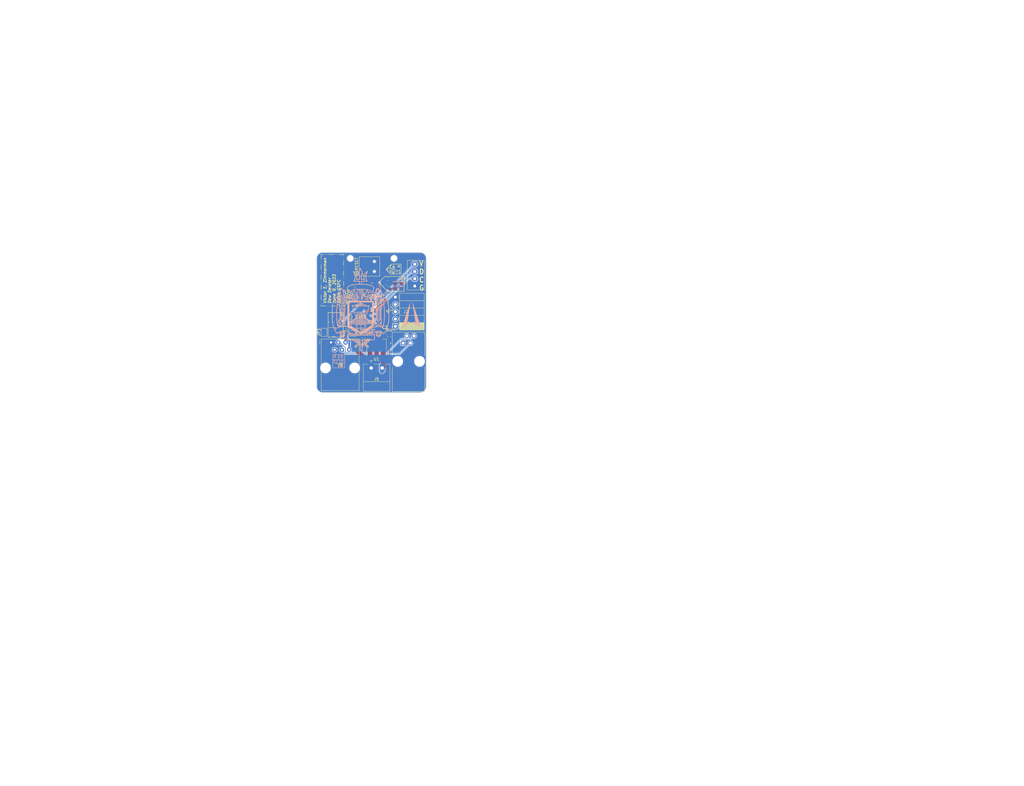
<source format=kicad_pcb>
(kicad_pcb (version 20221018) (generator pcbnew)

  (general
    (thickness 1.6)
  )

  (paper "A4")
  (layers
    (0 "F.Cu" signal)
    (31 "B.Cu" signal)
    (32 "B.Adhes" user "B.Adhesive")
    (33 "F.Adhes" user "F.Adhesive")
    (34 "B.Paste" user)
    (35 "F.Paste" user)
    (36 "B.SilkS" user "B.Silkscreen")
    (37 "F.SilkS" user "F.Silkscreen")
    (38 "B.Mask" user)
    (39 "F.Mask" user)
    (40 "Dwgs.User" user "User.Drawings")
    (41 "Cmts.User" user "User.Comments")
    (42 "Eco1.User" user "User.Eco1")
    (43 "Eco2.User" user "User.Eco2")
    (44 "Edge.Cuts" user)
    (45 "Margin" user)
    (46 "B.CrtYd" user "B.Courtyard")
    (47 "F.CrtYd" user "F.Courtyard")
    (48 "B.Fab" user)
    (49 "F.Fab" user)
    (50 "User.1" user)
    (51 "User.2" user)
    (52 "User.3" user)
    (53 "User.4" user)
    (54 "User.5" user)
    (55 "User.6" user)
    (56 "User.7" user)
    (57 "User.8" user)
    (58 "User.9" user)
  )

  (setup
    (stackup
      (layer "F.SilkS" (type "Top Silk Screen"))
      (layer "F.Paste" (type "Top Solder Paste"))
      (layer "F.Mask" (type "Top Solder Mask") (thickness 0.01))
      (layer "F.Cu" (type "copper") (thickness 0.035))
      (layer "dielectric 1" (type "core") (thickness 1.51) (material "FR4") (epsilon_r 4.5) (loss_tangent 0.02))
      (layer "B.Cu" (type "copper") (thickness 0.035))
      (layer "B.Mask" (type "Bottom Solder Mask") (thickness 0.01))
      (layer "B.Paste" (type "Bottom Solder Paste"))
      (layer "B.SilkS" (type "Bottom Silk Screen"))
      (copper_finish "None")
      (dielectric_constraints no)
    )
    (pad_to_mask_clearance 0)
    (pcbplotparams
      (layerselection 0x00010fc_ffffffff)
      (plot_on_all_layers_selection 0x0000000_00000000)
      (disableapertmacros false)
      (usegerberextensions false)
      (usegerberattributes true)
      (usegerberadvancedattributes true)
      (creategerberjobfile true)
      (dashed_line_dash_ratio 12.000000)
      (dashed_line_gap_ratio 3.000000)
      (svgprecision 4)
      (plotframeref false)
      (viasonmask false)
      (mode 1)
      (useauxorigin false)
      (hpglpennumber 1)
      (hpglpenspeed 20)
      (hpglpendiameter 15.000000)
      (dxfpolygonmode true)
      (dxfimperialunits true)
      (dxfusepcbnewfont true)
      (psnegative false)
      (psa4output false)
      (plotreference true)
      (plotvalue true)
      (plotinvisibletext false)
      (sketchpadsonfab false)
      (subtractmaskfromsilk false)
      (outputformat 1)
      (mirror false)
      (drillshape 1)
      (scaleselection 1)
      (outputdirectory "")
    )
  )

  (net 0 "")
  (net 1 "+12C")
  (net 2 "Earth")
  (net 3 "NFET")
  (net 4 "PIN2")
  (net 5 "+3V3")
  (net 6 "SDA")
  (net 7 "SCL")
  (net 8 "+12V")
  (net 9 "MOSFET")
  (net 10 "Net-(U1-ADJ)")
  (net 11 "Net-(U3-NRST)")
  (net 12 "Net-(Q1-G)")
  (net 13 "OSCIN")
  (net 14 "unconnected-(U3-VBAT-Pad1)")
  (net 15 "unconnected-(U3-PC13-Pad2)")
  (net 16 "unconnected-(U3-PC14-Pad3)")
  (net 17 "unconnected-(U3-PC15-Pad4)")
  (net 18 "Net-(C4-Pad2)")
  (net 19 "OSCOUT")
  (net 20 "unconnected-(U3-PA1-Pad11)")
  (net 21 "unconnected-(U3-PA2-Pad12)")
  (net 22 "unconnected-(U3-PA3-Pad13)")
  (net 23 "unconnected-(U3-PA4-Pad14)")
  (net 24 "unconnected-(U3-PA5-Pad15)")
  (net 25 "unconnected-(U3-PA6-Pad16)")
  (net 26 "unconnected-(U3-PA7-Pad17)")
  (net 27 "unconnected-(U3-PB0-Pad18)")
  (net 28 "unconnected-(U3-PB1-Pad19)")
  (net 29 "unconnected-(U3-PB2-Pad20)")
  (net 30 "unconnected-(U3-PB10-Pad21)")
  (net 31 "unconnected-(U3-PB11-Pad22)")
  (net 32 "unconnected-(U3-PB12-Pad25)")
  (net 33 "unconnected-(U3-PB13-Pad26)")
  (net 34 "unconnected-(U3-PB14-Pad27)")
  (net 35 "unconnected-(U3-PB15-Pad28)")
  (net 36 "unconnected-(U3-PA9-Pad30)")
  (net 37 "unconnected-(U3-PA12-Pad33)")
  (net 38 "/SWIO")
  (net 39 "/SWCLK")
  (net 40 "unconnected-(U3-PA15-Pad38)")
  (net 41 "unconnected-(U3-PB3-Pad39)")
  (net 42 "unconnected-(U3-PB8-Pad45)")
  (net 43 "unconnected-(U3-PB9-Pad46)")
  (net 44 "unconnected-(J3-Pad1)")
  (net 45 "unconnected-(J3-Pad2)")
  (net 46 "WET2")
  (net 47 "WET1")
  (net 48 "/Boot")
  (net 49 "unconnected-(J2-Pin_4-Pad4)")
  (net 50 "PA0")
  (net 51 "unconnected-(U2-N.C.-Pad3)")
  (net 52 "unconnected-(U2-N.C.-Pad4)")
  (net 53 "PB5")
  (net 54 "unconnected-(U2-REV-Pad10)")
  (net 55 "unconnected-(U3-PA0-Pad10)")
  (net 56 "unconnected-(U3-PB5-Pad41)")
  (net 57 "PFET")

  (footprint "footprints:BEL_SS-6444-NF" (layer "F.Cu") (at 123.952 124.311))

  (footprint "footprints:228EJVAYFR" (layer "F.Cu") (at 110.320431 91.2114 -90))

  (footprint "Resistor_SMD:R_0603_1608Metric_Pad0.98x0.95mm_HandSolder" (layer "F.Cu") (at 108.204 110.9472 -90))

  (footprint "Resistor_SMD:R_0603_1608Metric_Pad0.98x0.95mm_HandSolder" (layer "F.Cu") (at 104.5718 103.6828 -90))

  (footprint "Package_TO_SOT_SMD:SOT-23" (layer "F.Cu") (at 97.8685 114.046))

  (footprint "Resistor_SMD:R_0603_1608Metric_Pad0.98x0.95mm_HandSolder" (layer "F.Cu") (at 96.7232 110.5897 90))

  (footprint "Resistor_SMD:R_0603_1608Metric_Pad0.98x0.95mm_HandSolder" (layer "F.Cu") (at 97.6376 108.1532 180))

  (footprint "Capacitor_SMD:C_0603_1608Metric_Pad1.08x0.95mm_HandSolder" (layer "F.Cu") (at 106.4768 110.8964 90))

  (footprint "Package_QFP:LQFP-48_7x7mm_P0.5mm" (layer "F.Cu") (at 111.252 101.9048 -135))

  (footprint "Connector_PinSocket_2.54mm:PinSocket_1x05_P2.54mm_Horizontal" (layer "F.Cu") (at 119.3292 112.0648 180))

  (footprint "Crystal:Crystal_SMD_3225-4Pin_3.2x2.5mm" (layer "F.Cu") (at 120.4038 98.1084 180))

  (footprint "Capacitor_SMD:C_0603_1608Metric_Pad1.08x0.95mm_HandSolder" (layer "F.Cu") (at 104.64772 97.89188 -135))

  (footprint "Resistor_SMD:R_0603_1608Metric_Pad0.98x0.95mm_HandSolder" (layer "F.Cu") (at 117.5004 98.1456 90))

  (footprint "Capacitor_SMD:C_0603_1608Metric_Pad1.08x0.95mm_HandSolder" (layer "F.Cu") (at 98.552 110.5905 90))

  (footprint "Jumper:SolderJumper-2_P1.3mm_Open_Pad1.0x1.5mm" (layer "F.Cu") (at 94.488 114.188 90))

  (footprint "Diode_SMD:D_SOD-323" (layer "F.Cu") (at 100.33 110.651 90))

  (footprint "Connector_RJ:RJ12_Amphenol_54601" (layer "F.Cu") (at 96.906 117.706))

  (footprint "Resistor_SMD:R_0603_1608Metric_Pad0.98x0.95mm_HandSolder" (layer "F.Cu") (at 105.725035 98.973565 -135))

  (footprint "Resistor_SMD:R_0603_1608Metric_Pad0.98x0.95mm_HandSolder" (layer "F.Cu") (at 117.337765 104.226435 45))

  (footprint "Resistor_SMD:R_0603_1608Metric_Pad0.98x0.95mm_HandSolder" (layer "F.Cu") (at 117.221 115.7224 90))

  (footprint "Connector:FanPinHeader_1x04_P2.54mm_Vertical" (layer "F.Cu") (at 126.0856 98.044 90))

  (footprint "Capacitor_SMD:C_0603_1608Metric_Pad1.08x0.95mm_HandSolder" (layer "F.Cu") (at 108.331 116.1796 -90))

  (footprint "Package_TO_SOT_SMD:SOT-223-3_TabPin2" (layer "F.Cu") (at 112.776 118.466 90))

  (footprint "Capacitor_SMD:C_0603_1608Metric_Pad1.08x0.95mm_HandSolder" (layer "F.Cu") (at 115.6716 114.7561 90))

  (footprint "Capacitor_SMD:C_0603_1608Metric_Pad1.08x0.95mm_HandSolder" (layer "F.Cu") (at 115.6716 97.8408 135))

  (footprint "Connector_Phoenix_MC:PhoenixContact_MC_1,5_2-G-3.81_1x02_P3.81mm_Horizontal" (layer "F.Cu") (at 110.926 126.6075))

  (footprint "Capacitor_SMD:C_0603_1608Metric_Pad1.08x0.95mm_HandSolder" (layer "F.Cu") (at 116.6114 95.631 180))

  (footprint "Package_DFN_QFN:DFN-12-1EP_3x3mm_P0.5mm_EP1.6x2.5mm_ThermalVias" (layer "F.Cu") (at 103.477 111.44 180))

  (footprint "Jumper:SolderJumper-2_P1.3mm_Open_Pad1.0x1.5mm" (layer "F.Cu") (at 104.252 114.554 180))

  (footprint "Resistor_SMD:R_0603_1608Metric_Pad0.98x0.95mm_HandSolder" (layer "F.Cu") (at 110.6913 111.8597))

  (footprint "footprints:Semper Supra" (layer "B.Cu")
    (tstamp 6926ac91-4359-4668-b02d-216f220b9bab)
    (at 124.9426 109.2962 180)
    (attr board_only exclude_from_pos_files exclude_from_bom)
    (fp_text reference "G***" (at 0 0) (layer "F.Mask") hide
        (effects (font (size 1.5 1.5) (thickness 0.3)) (justify mirror))
      (tstamp 457b9d08-65ba-4255-a68c-3a2258e34437)
    )
    (fp_text value "LOGO" (at 0.75 0) (layer "B.SilkS") hide
        (effects (font (size 1.5 1.5) (thickness 0.3)) (justify mirror))
      (tstamp 9ac0a47d-d033-4a5a-bc4a-7910b9548ef5)
    )
    (fp_poly
      (pts
        (xy -3.33445 -3.404383)
        (xy -3.337247 -3.407181)
        (xy -3.340044 -3.404383)
        (xy -3.337247 -3.401586)
      )

      (stroke (width 0) (type solid)) (fill solid) (layer "B.SilkS") (tstamp a8bad94d-621d-4bb3-a7f4-c5bec124d78c))
    (fp_poly
      (pts
        (xy -1.331542 -1.339934)
        (xy -1.334339 -1.342731)
        (xy -1.337137 -1.339934)
        (xy -1.334339 -1.337137)
      )

      (stroke (width 0) (type solid)) (fill solid) (layer "B.SilkS") (tstamp 0f0d9de6-821b-42e2-890e-49a53a45e261))
    (fp_poly
      (pts
        (xy 0.294747 5.987393)
        (xy 0.295414 5.978649)
        (xy 0.294305 5.976669)
        (xy 0.291762 5.978338)
        (xy 0.291367 5.984012)
        (xy 0.292733 5.989982)
      )

      (stroke (width 0) (type solid)) (fill solid) (layer "B.SilkS") (tstamp 6d850505-0ef1-457d-a940-b5b32ab99b16))
    (fp_poly
      (pts
        (xy -1.202871 -1.01102)
        (xy -1.193175 -1.01474)
        (xy -1.1933 -1.017521)
        (xy -1.199736 -1.018238)
        (xy -1.20904 -1.015165)
        (xy -1.210933 -1.013165)
        (xy -1.209143 -1.010306)
      )

      (stroke (width 0) (type solid)) (fill solid) (layer "B.SilkS") (tstamp efefaff1-c5ff-422e-a168-ccd5dfdc4ec2))
    (fp_poly
      (pts
        (xy -3.296233 -3.382228)
        (xy -3.295287 -3.384802)
        (xy -3.299818 -3.389765)
        (xy -3.303679 -3.390397)
        (xy -3.311124 -3.387376)
        (xy -3.312071 -3.384802)
        (xy -3.307539 -3.379838)
        (xy -3.303679 -3.379207)
      )

      (stroke (width 0) (type solid)) (fill solid) (layer "B.SilkS") (tstamp d31bc937-c82c-4447-b09e-00fbc0cc3e3f))
    (fp_poly
      (pts
        (xy -3.253777 -3.358931)
        (xy -3.253326 -3.362423)
        (xy -3.260222 -3.3678)
        (xy -3.261718 -3.368018)
        (xy -3.268964 -3.363967)
        (xy -3.27011 -3.362423)
        (xy -3.268353 -3.35806)
        (xy -3.261718 -3.356828)
      )

      (stroke (width 0) (type solid)) (fill solid) (layer "B.SilkS") (tstamp 3412a73b-1aae-4d24-9499-2ef732457701))
    (fp_poly
      (pts
        (xy -3.219991 -3.335968)
        (xy -3.219952 -3.339976)
        (xy -3.227271 -3.345004)
        (xy -3.233977 -3.347321)
        (xy -3.242646 -3.347521)
        (xy -3.243417 -3.3438)
        (xy -3.236782 -3.337912)
        (xy -3.22849 -3.335378)
      )

      (stroke (width 0) (type solid)) (fill solid) (layer "B.SilkS") (tstamp dddc35e4-1e32-4ca4-9b72-0fae67b45c2f))
    (fp_poly
      (pts
        (xy -3.181612 -3.315501)
        (xy -3.189007 -3.321971)
        (xy -3.19551 -3.32326)
        (xy -3.203048 -3.321263)
        (xy -3.203391 -3.318341)
        (xy -3.195936 -3.312944)
        (xy -3.189493 -3.310582)
        (xy -3.181601 -3.310471)
      )

      (stroke (width 0) (type solid)) (fill solid) (layer "B.SilkS") (tstamp 114b21c2-de47-4110-889f-c7db9acf6e5d))
    (fp_poly
      (pts
        (xy -1.154762 -1.037305)
        (xy -1.152511 -1.040617)
        (xy -1.157019 -1.045635)
        (xy -1.160573 -1.046212)
        (xy -1.170098 -1.042802)
        (xy -1.172093 -1.040617)
        (xy -1.17038 -1.036213)
        (xy -1.164031 -1.035022)
      )

      (stroke (width 0) (type solid)) (fill solid) (layer "B.SilkS") (tstamp dceb2552-9c8f-4159-ab0d-547d374a0972))
    (fp_poly
      (pts
        (xy 1.188426 -1.037125)
        (xy 1.188876 -1.040617)
        (xy 1.181981 -1.045993)
        (xy 1.180484 -1.046212)
        (xy 1.173239 -1.042161)
        (xy 1.172092 -1.040617)
        (xy 1.173849 -1.036254)
        (xy 1.180484 -1.035022)
      )

      (stroke (width 0) (type solid)) (fill solid) (layer "B.SilkS") (tstamp ef30fcb1-d242-4e1f-b3f6-1e089233d6db))
    (fp_poly
      (pts
        (xy 1.217746 -1.01609)
        (xy 1.21685 -1.018238)
        (xy 1.209439 -1.023624)
        (xy 1.207798 -1.023833)
        (xy 1.204764 -1.020386)
        (xy 1.205661 -1.018238)
        (xy 1.213072 -1.012852)
        (xy 1.214713 -1.012643)
      )

      (stroke (width 0) (type solid)) (fill solid) (layer "B.SilkS") (tstamp 8962c464-7755-4ba1-8f45-fcc2d91f3adb))
    (fp_poly
      (pts
        (xy 3.247273 -3.332251)
        (xy 3.255407 -3.338277)
        (xy 3.25342 -3.343822)
        (xy 3.244934 -3.345639)
        (xy 3.235821 -3.342141)
        (xy 3.233744 -3.337247)
        (xy 3.234795 -3.330171)
        (xy 3.240332 -3.329806)
      )

      (stroke (width 0) (type solid)) (fill solid) (layer "B.SilkS") (tstamp 923b6ad2-7fe9-4a17-a72a-27152478496a))
    (fp_poly
      (pts
        (xy 3.323097 -3.383465)
        (xy 3.32326 -3.384802)
        (xy 3.319002 -3.390234)
        (xy 3.317665 -3.390397)
        (xy 3.312233 -3.386139)
        (xy 3.31207 -3.384802)
        (xy 3.316328 -3.37937)
        (xy 3.317665 -3.379207)
      )

      (stroke (width 0) (type solid)) (fill solid) (layer "B.SilkS") (tstamp aa66f09d-ddcc-45c6-85fd-701536959978))
    (fp_poly
      (pts
        (xy 3.356665 -3.405843)
        (xy 3.356828 -3.407181)
        (xy 3.352571 -3.412613)
        (xy 3.351233 -3.412775)
        (xy 3.345801 -3.408518)
        (xy 3.345639 -3.407181)
        (xy 3.349896 -3.401749)
        (xy 3.351233 -3.401586)
      )

      (stroke (width 0) (type solid)) (fill solid) (layer "B.SilkS") (tstamp ba0b904d-0947-4f87-9b3c-1bb2f8f4f09a))
    (fp_poly
      (pts
        (xy -3.068271 -3.241449)
        (xy -3.067017 -3.247771)
        (xy -3.072617 -3.255004)
        (xy -3.082193 -3.261368)
        (xy -3.09011 -3.258026)
        (xy -3.090147 -3.257988)
        (xy -3.094142 -3.248655)
        (xy -3.088886 -3.241392)
        (xy -3.07989 -3.239339)
      )

      (stroke (width 0) (type solid)) (fill solid) (layer "B.SilkS") (tstamp c46207bb-2447-47c4-93f4-5df3973b862a))
    (fp_poly
      (pts
        (xy -1.134767 -1.052816)
        (xy -1.124473 -1.056809)
        (xy -1.120206 -1.062831)
        (xy -1.123205 -1.067638)
        (xy -1.128734 -1.06859)
        (xy -1.139559 -1.066841)
        (xy -1.143187 -1.064861)
        (xy -1.14693 -1.056924)
        (xy -1.141204 -1.052717)
      )

      (stroke (width 0) (type solid)) (fill solid) (layer "B.SilkS") (tstamp f6fdcca7-3316-476f-a953-0aa0bfe5ef54))
    (fp_poly
      (pts
        (xy 3.182447 -3.288782)
        (xy 3.18768 -3.294389)
        (xy 3.185052 -3.299278)
        (xy 3.176398 -3.300881)
        (xy 3.164468 -3.299483)
        (xy 3.159148 -3.297151)
        (xy 3.155363 -3.289398)
        (xy 3.161238 -3.285195)
        (xy 3.170372 -3.285124)
      )

      (stroke (width 0) (type solid)) (fill solid) (layer "B.SilkS") (tstamp 86c43898-a2d6-4114-9782-bb2a5c0fa271))
    (fp_poly
      (pts
        (xy 3.210494 -3.312036)
        (xy 3.214163 -3.312071)
        (xy 3.221608 -3.315092)
        (xy 3.222555 -3.317665)
        (xy 3.217753 -3.321821)
        (xy 3.208102 -3.32326)
        (xy 3.198136 -3.321317)
        (xy 3.195654 -3.317246)
        (xy 3.200454 -3.311788)
        (xy 3.201715 -3.311651)
      )

      (stroke (width 0) (type solid)) (fill solid) (layer "B.SilkS") (tstamp 99b3ce42-d273-4f88-8b42-676aab7a6728))
    (fp_poly
      (pts
        (xy 3.290333 -3.357087)
        (xy 3.295272 -3.365323)
        (xy 3.295286 -3.365819)
        (xy 3.29448 -3.37267)
        (xy 3.293887 -3.373258)
        (xy 3.288273 -3.371167)
        (xy 3.278952 -3.367493)
        (xy 3.26991 -3.361601)
        (xy 3.271023 -3.356474)
        (xy 3.280369 -3.353413)
      )

      (stroke (width 0) (type solid)) (fill solid) (layer "B.SilkS") (tstamp 66f29f72-5f2c-4f14-95a8-432bdbf88dc8))
    (fp_poly
      (pts
        (xy 3.109882 -3.242988)
        (xy 3.116076 -3.250193)
        (xy 3.125346 -3.259329)
        (xy 3.133412 -3.261718)
        (xy 3.144131 -3.265534)
        (xy 3.147893 -3.270351)
        (xy 3.149683 -3.278453)
        (xy 3.144731 -3.280852)
        (xy 3.134426 -3.279733)
        (xy 3.121903 -3.273774)
        (xy 3.116245 -3.267294)
        (xy 3.106697 -3.258566)
        (xy 3.096502 -3.255097)
        (xy 3.08488 -3.251251)
        (xy 3.083373 -3.245685)
        (xy 3.092053 -3.241112)
        (xy 3.096124 -3.240403)
      )

      (stroke (width 0) (type solid)) (fill solid) (layer "B.SilkS") (tstamp 92b378bb-1893-4a03-b346-553892092732))
    (fp_poly
      (pts
        (xy -3.106982 -3.263466)
        (xy -3.105066 -3.267598)
        (xy -3.109734 -3.273348)
        (xy -3.121289 -3.28017)
        (xy -3.124648 -3.28166)
        (xy -3.137295 -3.288258)
        (xy -3.143936 -3.294287)
        (xy -3.144229 -3.295361)
        (xy -3.148936 -3.299785)
        (xy -3.155885 -3.300881)
        (xy -3.164412 -3.298208)
        (xy -3.165212 -3.293888)
        (xy -3.158355 -3.287062)
        (xy -3.152216 -3.284827)
        (xy -3.140452 -3.278733)
        (xy -3.13418 -3.272239)
        (xy -3.12549 -3.264957)
        (xy -3.115016 -3.261808)
      )

      (stroke (width 0) (type solid)) (fill solid) (layer "B.SilkS") (tstamp f88af3ad-d326-485e-a4fe-ba8b6563b403))
    (fp_poly
      (pts
        (xy 1.158677 -1.05014)
        (xy 1.159837 -1.057661)
        (xy 1.154029 -1.066464)
        (xy 1.144342 -1.07293)
        (xy 1.138124 -1.074185)
        (xy 1.130915 -1.077075)
        (xy 1.131588 -1.083197)
        (xy 1.139339 -1.088735)
        (xy 1.141321 -1.089348)
        (xy 1.150414 -1.095)
        (xy 1.152511 -1.10009)
        (xy 1.157503 -1.117694)
        (xy 1.171202 -1.136253)
        (xy 1.191688 -1.153213)
        (xy 1.193072 -1.154111)
        (xy 1.203743 -1.163189)
        (xy 1.208447 -1.17164)
        (xy 1.208458 -1.171952)
        (xy 1.212899 -1.181236)
        (xy 1.225515 -1.195738)
        (xy 1.245247 -1.214359)
        (xy 1.267089 -1.232819)
        (xy 1.27909 -1.244761)
        (xy 1.286067 -1.255982)
        (xy 1.286784 -1.259394)
        (xy 1.289846 -1.268161)
        (xy 1.293777 -1.270016)
        (xy 1.301294 -1.274291)
        (xy 1.310587 -1.284753)
        (xy 1.311931 -1.286689)
        (xy 1.324123 -1.300139)
        (xy 1.33812 -1.309567)
        (xy 1.338506 -1.30973)
        (xy 1.351106 -1.319028)
        (xy 1.354098 -1.328025)
        (xy 1.358046 -1.343374)
        (xy 1.367394 -1.355179)
        (xy 1.378315 -1.359515)
        (xy 1.386013 -1.364134)
        (xy 1.387489 -1.37002)
        (xy 1.391552 -1.382381)
        (xy 1.395881 -1.387489)
        (xy 1.40299 -1.397014)
        (xy 1.404273 -1.402161)
        (xy 1.408803 -1.40887)
        (xy 1.413165 -1.409868)
        (xy 1.420986 -1.413793)
        (xy 1.433541 -1.424171)
        (xy 1.448343 -1.438905)
        (xy 1.450929 -1.44172)
        (xy 1.468948 -1.461099)
        (xy 1.490909 -1.484003)
        (xy 1.512717 -1.506173)
        (xy 1.517566 -1.511003)
        (xy 1.533926 -1.527834)
        (xy 1.546715 -1.542162)
        (xy 1.554158 -1.551938)
        (xy 1.55533 -1.554631)
        (xy 1.559072 -1.562097)
        (xy 1.568415 -1.57318)
        (xy 1.572114 -1.576868)
        (xy 1.582617 -1.588025)
        (xy 1.588466 -1.596415)
        (xy 1.588898 -1.597969)
        (xy 1.593415 -1.603833)
        (xy 1.601462 -1.608552)
        (xy 1.612912 -1.61753)
        (xy 1.621679 -1.630151)
        (xy 1.630254 -1.642386)
        (xy 1.639887 -1.648986)
        (xy 1.648613 -1.653522)
        (xy 1.65044 -1.656876)
        (xy 1.65412 -1.663671)
        (xy 1.663326 -1.674463)
        (xy 1.667224 -1.678414)
        (xy 1.67771 -1.690013)
        (xy 1.683566 -1.699108)
        (xy 1.684009 -1.700935)
        (xy 1.687368 -1.704574)
        (xy 1.68921 -1.703834)
        (xy 1.694199 -1.706364)
        (xy 1.700097 -1.716656)
        (xy 1.701523 -1.720288)
        (xy 1.708552 -1.733594)
        (xy 1.716442 -1.739838)
        (xy 1.717516 -1.739956)
        (xy 1.725987 -1.74419)
        (xy 1.737956 -1.754977)
        (xy 1.750891 -1.769446)
        (xy 1.762261 -1.784725)
        (xy 1.769533 -1.797941)
        (xy 1.770138 -1.799642)
        (xy 1.777052 -1.810348)
        (xy 1.789478 -1.822025)
        (xy 1.79298 -1.824576)
        (xy 1.805736 -1.835188)
        (xy 1.813769 -1.845343)
        (xy 1.814638 -1.847518)
        (xy 1.821696 -1.857644)
        (xy 1.827541 -1.861108)
        (xy 1.837043 -1.867069)
        (xy 1.849433 -1.877846)
        (xy 1.861737 -1.89042)
        (xy 1.870982 -1.901774)
        (xy 1.874229 -1.908501)
        (xy 1.877848 -1.913476)
        (xy 1.878425 -1.913543)
        (xy 1.883594 -1.917981)
        (xy 1.891898 -1.929057)
        (xy 1.896334 -1.935921)
        (xy 1.905796 -1.949141)
        (xy 1.914017 -1.957101)
        (xy 1.91667 -1.95815)
        (xy 1.923946 -1.962498)
        (xy 1.932794 -1.972653)
        (xy 1.940057 -1.984285)
        (xy 1.942576 -1.993061)
        (xy 1.942471 -1.993533)
        (xy 1.944631 -1.995633)
        (xy 1.946832 -1.994595)
        (xy 1.952756 -1.996364)
        (xy 1.95765 -2.004391)
        (xy 1.966088 -2.017293)
        (xy 1.977221 -2.027235)
        (xy 1.987493 -2.036296)
        (xy 1.991718 -2.044608)
        (xy 1.99648 -2.05144)
        (xy 2.004306 -2.05427)
        (xy 2.014643 -2.059526)
        (xy 2.018692 -2.071733)
        (xy 2.02497 -2.086681)
        (xy 2.033599 -2.092393)
        (xy 2.045296 -2.100784)
        (xy 2.050447 -2.10916)
        (xy 2.057196 -2.118158)
        (xy 2.063514 -2.119411)
        (xy 2.077562 -2.121257)
        (xy 2.085849 -2.130428)
        (xy 2.086828 -2.136212)
        (xy 2.090322 -2.14883)
        (xy 2.099006 -2.163684)
        (xy 2.110181 -2.177255)
        (xy 2.121151 -2.186028)
        (xy 2.126193 -2.187533)
        (xy 2.135166 -2.191104)
        (xy 2.13718 -2.195976)
        (xy 2.140818 -2.205016)
        (xy 2.149929 -2.217511)
        (xy 2.153965 -2.221982)
        (xy 2.164406 -2.235039)
        (xy 2.170279 -2.246517)
        (xy 2.170749 -2.249298)
        (xy 2.175732 -2.258245)
        (xy 2.184735 -2.262562)
        (xy 2.19521 -2.266906)
        (xy 2.198722 -2.271131)
        (xy 2.202078 -2.279039)
        (xy 2.21016 -2.289801)
        (xy 2.219994 -2.300184)
        (xy 2.228604 -2.306951)
        (xy 2.232398 -2.307753)
        (xy 2.237495 -2.309859)
        (xy 2.240657 -2.31613)
        (xy 2.245287 -2.325203)
        (xy 2.248519 -2.327401)
        (xy 2.255987 -2.331449)
        (xy 2.267073 -2.341502)
        (xy 2.278942 -2.354426)
        (xy 2.288757 -2.367088)
        (xy 2.293683 -2.376352)
        (xy 2.293832 -2.37748)
        (xy 2.298276 -2.386168)
        (xy 2.309157 -2.395532)
        (xy 2.310978 -2.396658)
        (xy 2.324729 -2.407945)
        (xy 2.334272 -2.421223)
        (xy 2.334455 -2.421642)
        (xy 2.341386 -2.432457)
        (xy 2.354133 -2.447915)
        (xy 2.370256 -2.46511)
        (xy 2.374656 -2.469464)
        (xy 2.389924 -2.485015)
        (xy 2.401253 -2.497879)
        (xy 2.406843 -2.505959)
        (xy 2.407105 -2.507289)
        (xy 2.410043 -2.51377)
        (xy 2.418903 -2.523775)
        (xy 2.430485 -2.534349)
        (xy 2.441587 -2.54254)
        (xy 2.448442 -2.545431)
        (xy 2.455798 -2.549803)
        (xy 2.463866 -2.559443)
        (xy 2.472362 -2.570482)
        (xy 2.485848 -2.586013)
        (xy 2.501106 -2.602361)
        (xy 2.51454 -2.617512)
        (xy 2.523647 -2.630299)
        (xy 2.526634 -2.638168)
        (xy 2.526529 -2.63858)
        (xy 2.527621 -2.643502)
        (xy 2.530696 -2.643078)
        (xy 2.536998 -2.645944)
        (xy 2.542725 -2.657464)
        (xy 2.543 -2.658353)
        (xy 2.55407 -2.676579)
        (xy 2.566116 -2.685067)
        (xy 2.581408 -2.69591)
        (xy 2.593194 -2.709557)
        (xy 2.602666 -2.722876)
        (xy 2.615368 -2.737597)
        (xy 2.628705 -2.751075)
        (xy 2.640081 -2.760665)
        (xy 2.646406 -2.763789)
        (xy 2.652369 -2.768075)
        (xy 2.661491 -2.778961)
        (xy 2.666545 -2.786167)
        (xy 2.676751 -2.799355)
        (xy 2.685824 -2.807395)
        (xy 2.689003 -2.808546)
        (xy 2.695771 -2.813041)
        (xy 2.696652 -2.816938)
        (xy 2.70113 -2.824356)
        (xy 2.705044 -2.82533)
        (xy 2.712462 -2.829787)
        (xy 2.713436 -2.833679)
        (xy 2.717341 -2.842536)
        (xy 2.727019 -2.853998)
        (xy 2.729948 -2.856741)
        (xy 2.742596 -2.871488)
        (xy 2.753957 -2.890288)
        (xy 2.756523 -2.895926)
        (xy 2.765037 -2.911977)
        (xy 2.773501 -2.919938)
        (xy 2.775757 -2.92042)
        (xy 2.784502 -2.924562)
        (xy 2.795938 -2.935)
        (xy 2.800933 -2.940883)
        (xy 2.816121 -2.958916)
        (xy 2.832589 -2.976323)
        (xy 2.848185 -2.991058)
        (xy 2.860754 -3.001074)
        (xy 2.867729 -3.004361)
        (xy 2.87341 -3.00909)
        (xy 2.881031 -3.021254)
        (xy 2.886339 -3.032335)
        (xy 2.894189 -3.047855)
        (xy 2.901577 -3.058013)
        (xy 2.905308 -3.060308)
        (xy 2.913298 -3.064142)
        (xy 2.925697 -3.073884)
        (xy 2.939791 -3.086894)
        (xy 2.952868 -3.100534)
        (xy 2.962214 -3.112164)
        (xy 2.965198 -3.118563)
        (xy 2.969137 -3.128191)
        (xy 2.97359 -3.13304)
        (xy 2.980772 -3.144086)
        (xy 2.981982 -3.150509)
        (xy 2.986276 -3.159439)
        (xy 2.992053 -3.161013)
        (xy 3.004772 -3.164677)
        (xy 3.01191 -3.173457)
        (xy 3.011717 -3.181277)
        (xy 3.011658 -3.188316)
        (xy 3.013553 -3.189415)
        (xy 3.033322 -3.193565)
        (xy 3.045185 -3.202377)
        (xy 3.045546 -3.20286)
        (xy 3.054976 -3.211123)
        (xy 3.060461 -3.213234)
        (xy 3.075323 -3.218834)
        (xy 3.082434 -3.228776)
        (xy 3.082687 -3.231277)
        (xy 3.07847 -3.237767)
        (xy 3.068558 -3.239234)
        (xy 3.057063 -3.236047)
        (xy 3.048095 -3.228575)
        (xy 3.04782 -3.22815)
        (xy 3.037378 -3.219246)
        (xy 3.028509 -3.21696)
        (xy 3.015632 -3.212636)
        (xy 3.008624 -3.206166)
        (xy 2.997461 -3.196542)
        (xy 2.986157 -3.19163)
        (xy 2.97253 -3.186022)
        (xy 2.964742 -3.180046)
        (xy 2.955716 -3.173271)
        (xy 2.951393 -3.172203)
        (xy 2.942812 -3.168391)
        (xy 2.934427 -3.161013)
        (xy 2.923133 -3.152518)
        (xy 2.914026 -3.149824)
        (xy 2.903157 -3.145448)
        (xy 2.896763 -3.138634)
        (xy 2.892864 -3.134905)
        (xy 2.950279 -3.134905)
        (xy 2.951047 -3.138231)
        (xy 2.954009 -3.138634)
        (xy 2.958614 -3.136587)
        (xy 2.957738 -3.134905)
        (xy 2.951099 -3.134235)
        (xy 2.950279 -3.134905)
        (xy 2.892864 -3.134905)
        (xy 2.887517 -3.12979)
        (xy 2.880212 -3.127445)
        (xy 2.870704 -3.124381)
        (xy 2.856005 -3.116696)
        (xy 2.83975 -3.10665)
        (xy 2.825573 -3.096502)
        (xy 2.817106 -3.088511)
        (xy 2.816754 -3.087984)
        (xy 2.809124 -3.083729)
        (xy 2.80117 -3.082687)
        (xy 2.788606 -3.078255)
        (xy 2.781871 -3.071498)
        (xy 2.772319 -3.062637)
        (xy 2.764608 -3.060308)
        (xy 2.753253 -3.056381)
        (xy 2.744207 -3.049119)
        (xy 2.734891 -3.040771)
        (xy 2.728837 -3.03793)
        (xy 2.721147 -3.034753)
        (xy 2.709796 -3.027075)
        (xy 2.709368 -3.02674)
        (xy 2.696644 -3.018834)
        (xy 2.686054 -3.015551)
        (xy 2.676166 -3.011209)
        (xy 2.669977 -3.004361)
        (xy 2.661353 -2.99555)
        (xy 2.654892 -2.993172)
        (xy 2.645736 -2.990164)
        (xy 2.631141 -2.982507)
        (xy 2.614629 -2.972256)
        (xy 2.599722 -2.961463)
        (xy 2.597824 -2.959909)
        (xy 2.587596 -2.954415)
        (xy 2.576844 -2.950832)
        (xy 2.566149 -2.946523)
        (xy 2.562379 -2.942257)
        (xy 2.557544 -2.936517)
        (xy 2.542867 -2.927251)
        (xy 2.518089 -2.914306)
        (xy 2.502235 -2.906599)
        (xy 2.490225 -2.899477)
        (xy 2.484213 -2.8932)
        (xy 2.484053 -2.892392)
        (xy 2.479366 -2.887907)
        (xy 2.472863 -2.886872)
        (xy 2.460507 -2.883072)
        (xy 2.451037 -2.876235)
        (xy 2.437795 -2.866336)
        (xy 2.427575 -2.861528)
        (xy 2.415941 -2.85609)
        (xy 2.399634 -2.846423)
        (xy 2.387917 -2.838597)
        (xy 2.37213 -2.828359)
        (xy 2.359225 -2.821509)
        (xy 2.353501 -2.819736)
        (xy 2.344326 -2.815899)
        (xy 2.335793 -2.808546)
        (xy 2.324757 -2.800069)
        (xy 2.316029 -2.797357)
        (xy 2.304655 -2.793328)
        (xy 2.298943 -2.788382)
        (xy 2.287535 -2.778472)
        (xy 2.280076 -2.774107)
        (xy 2.268297 -2.767945)
        (xy 2.252323 -2.758784)
        (xy 2.246277 -2.755149)
        (xy 2.228385 -2.744597)
        (xy 2.211202 -2.735028)
        (xy 2.207114 -2.732881)
        (xy 2.194343 -2.72575)
        (xy 2.175793 -2.7147)
        (xy 2.155078 -2.701892)
        (xy 2.151167 -2.69942)
        (xy 2.130958 -2.686819)
        (xy 2.11272 -2.675838)
        (xy 2.099801 -2.668482)
        (xy 2.098017 -2.667556)
        (xy 2.085444 -2.660373)
        (xy 2.068467 -2.64961)
        (xy 2.057781 -2.64242)
        (xy 2.040386 -2.631549)
        (xy 2.024228 -2.62331)
        (xy 2.016767 -2.620592)
        (xy 2.004801 -2.615373)
        (xy 1.99921 -2.609605)
        (xy 1.99237 -2.602249)
        (xy 1.981479 -2.596018)
        (xy 1.964355 -2.587968)
        (xy 1.9437 -2.576566)
        (xy 1.917259 -2.560534)
        (xy 1.902202 -2.551042)
        (xy 1.883419 -2.539129)
        (xy 1.868574 -2.529838)
        (xy 1.854196 -2.521042)
        (xy 1.836813 -2.510615)
        (xy 1.815484 -2.497933)
        (xy 1.791873 -2.483904)
        (xy 1.775126 -2.473897)
        (xy 1.762484 -2.466225)
        (xy 1.751189 -2.459203)
        (xy 1.738481 -2.451143)
        (xy 1.728792 -2.444956)
        (xy 1.710303 -2.433444)
        (xy 1.693559 -2.423529)
        (xy 1.684035 -2.418324)
        (xy 1.672716 -2.412036)
        (xy 1.655354 -2.401669)
        (xy 1.635294 -2.389231)
        (xy 1.630859 -2.386421)
        (xy 1.610149 -2.373487)
        (xy 1.59091 -2.361889)
        (xy 1.576751 -2.353796)
        (xy 1.574912 -2.352822)
        (xy 1.563571 -2.346508)
        (xy 1.545285 -2.335831)
        (xy 1.522625 -2.322311)
        (xy 1.499383 -2.308212)
        (xy 1.469236 -2.289872)
        (xy 1.435496 -2.269499)
        (xy 1.403147 -2.250098)
        (xy 1.385679 -2.239699)
        (xy 1.361555 -2.225373)
        (xy 1.339116 -2.212006)
        (xy 1.321224 -2.201306)
        (xy 1.312295 -2.195925)
        (xy 1.298235 -2.187428)
        (xy 1.278667 -2.175653)
        (xy 1.257687 -2.163064)
        (xy 1.256506 -2.162357)
        (xy 1.235541 -2.149792)
        (xy 1.215717 -2.137898)
        (xy 1.201148 -2.129143)
        (xy 1.200559 -2.128789)
        (xy 1.186414 -2.120287)
        (xy 1.16678 -2.108507)
        (xy 1.145769 -2.095913)
        (xy 1.144612 -2.09522)
        (xy 1.123646 -2.082655)
        (xy 1.103823 -2.070762)
        (xy 1.089253 -2.062007)
        (xy 1.088665 -2.061652)
        (xy 1.052861 -2.040171)
        (xy 1.021624 -2.021582)
        (xy 0.996533 -2.006819)
        (xy 0.979168 -1.996818)
        (xy 0.977309 -1.995776)
        (xy 0.959427 -1.98529)
        (xy 0.942709 -1.974784)
        (xy 0.925168 -1.964278)
        (xy 0.908125 -1.955426)
        (xy 0.895104 -1.948263)
        (xy 0.887119 -1.941873)
        (xy 0.886762 -1.941366)
        (xy 0.879599 -1.935245)
        (xy 0.866888 -1.928014)
        (xy 0.865399 -1.927306)
        (xy 0.847432 -1.917943)
        (xy 0.830815 -1.907967)
        (xy 0.806418 -1.892659)
        (xy 0.773623 -1.873253)
        (xy 0.753157 -1.861503)
        (xy 0.735359 -1.850908)
        (xy 0.71892 -1.840511)
        (xy 0.70138 -1.830005)
        (xy 0.684336 -1.821152)
        (xy 0.671316 -1.81399)
        (xy 0.66333 -1.807599)
        (xy 0.662973 -1.807093)
        (xy 0.655811 -1.800972)
        (xy 0.6431 -1.793741)
        (xy 0.641611 -1.793033)
        (xy 0.623704 -1.783652)
        (xy 0.607026 -1.773524)
        (xy 0.589539 -1.76294)
        (xy 0.572442 -1.754016)
        (xy 0.559421 -1.746853)
        (xy 0.551436 -1.740463)
        (xy 0.551079 -1.739956)
        (xy 0.543916 -1.733835)
        (xy 0.531206 -1.726604)
        (xy 0.529716 -1.725896)
        (xy 0.511757 -1.716531)
        (xy 0.495132 -1.706538)
        (xy 0.462503 -1.686567)
        (xy 0.428293 -1.668118)
        (xy 0.421385 -1.664733)
        (xy 0.408332 -1.65735)
        (xy 0.400238 -1.650719)
        (xy 0.399861 -1.65018)
        (xy 0.392131 -1.643195)
        (xy 0.384093 -1.638618)
        (xy 0.371851 -1.632305)
        (xy 0.355565 -1.6231)
        (xy 0.349669 -1.619603)
        (xy 0.331702 -1.608969)
        (xy 0.314478 -1.599059)
        (xy 0.310506 -1.596837)
        (xy 0.295684 -1.587694)
        (xy 0.283931 -1.578965)
        (xy 0.276229 -1.569008)
        (xy 0.274456 -1.55994)
        (xy 0.279177 -1.555399)
        (xy 0.28027 -1.55533)
        (xy 0.288792 -1.552336)
        (xy 0.300885 -1.545105)
        (xy 0.301251 -1.544848)
        (xy 0.314817 -1.53611)
        (xy 0.333138 -1.525319)
        (xy 0.344075 -1.519245)
        (xy 0.365778 -1.506984)
        (xy 0.388453 -1.49339)
        (xy 0.397224 -1.487856)
        (xy 0.414564 -1.477059)
        (xy 0.430366 -1.467885)
        (xy 0.436387 -1.464704)
        (xy 0.449919 -1.457401)
        (xy 0.466987 -1.447392)
        (xy 0.472753 -1.443846)
        (xy 0.490142 -1.433203)
        (xy 0.506422 -1.423577)
        (xy 0.510472 -1.421269)
        (xy 0.522789 -1.414168)
        (xy 0.542299 -1.402701)
        (xy 0.566617 -1.388291)
        (xy 0.593359 -1.372356)
        (xy 0.620141 -1.356318)
        (xy 0.644578 -1.341597)
        (xy 0.662973 -1.330417)
        (xy 0.68463 -1.317597)
        (xy 0.709065 -1.30375)
        (xy 0.721718 -1.296845)
        (xy 0.749887 -1.281667)
        (xy 0.76942 -1.270841)
        (xy 0.781635 -1.263607)
        (xy 0.78785 -1.259207)
        (xy 0.788854 -1.258193)
        (xy 0.795247 -1.253358)
        (xy 0.807086 -1.246145)
        (xy 0.808436 -1.245383)
        (xy 0.824139 -1.236378)
        (xy 0.842598 -1.225507)
        (xy 0.847599 -1.222511)
        (xy 0.863751 -1.213103)
        (xy 0.87762 -1.205549)
        (xy 0.881167 -1.20379)
        (xy 0.891623 -1.198013)
        (xy 0.907608 -1.18824)
        (xy 0.923 -1.178326)
        (xy 0.939745 -1.167914)
        (xy 0.953329 -1.160615)
        (xy 0.960365 -1.158106)
        (xy 0.96983 -1.15452)
        (xy 0.974479 -1.150876)
        (xy 0.984657 -1.143807)
        (xy 0.999219 -1.136557)
        (xy 1.000055 -1.136211)
        (xy 1.012143 -1.130289)
        (xy 1.018105 -1.125452)
        (xy 1.018238 -1.124935)
        (xy 1.022837 -1.120671)
        (xy 1.034934 -1.113075)
        (xy 1.05198 -1.103737)
        (xy 1.053205 -1.103105)
        (xy 1.075955 -1.091271)
        (xy 1.09302 -1.081935)
        (xy 1.108731 -1.072609)
        (xy 1.12742 -1.060808)
        (xy 1.131742 -1.058031)
        (xy 1.147895 -1.049523)
        (xy 1.157455 -1.049207)
      )

      (stroke (width 0) (type solid)) (fill solid) (layer "B.SilkS") (tstamp 146ea1cc-4d4b-48b0-90a8-18e6df11a07e))
    (fp_poly
      (pts
        (xy -1.098083 -1.070957)
        (xy -1.085997 -1.076457)
        (xy -1.076638 -1.082691)
        (xy -1.074185 -1.086273)
        (xy -1.069529 -1.090186)
        (xy -1.063813 -1.090969)
        (xy -1.052946 -1.094598)
        (xy -1.039997 -1.103481)
        (xy -1.038348 -1.104956)
        (xy -1.025378 -1.114346)
        (xy -1.013549 -1.11887)
        (xy -1.012355 -1.118943)
        (xy -1.003415 -1.120854)
        (xy -1.001454 -1.123392)
        (xy -0.99684 -1.127925)
        (xy -0.984672 -1.135749)
        (xy -0.967462 -1.145267)
        (xy -0.965237 -1.146417)
        (xy -0.946429 -1.156653)
        (xy -0.931234 -1.165995)
        (xy -0.922795 -1.172505)
        (xy -0.922592 -1.172738)
        (xy -0.913237 -1.179472)
        (xy -0.908737 -1.180485)
        (xy -0.900175 -1.183439)
        (xy -0.886257 -1.191015)
        (xy -0.876285 -1.197374)
        (xy -0.857494 -1.209044)
        (xy -0.83856 -1.219261)
        (xy -0.831247 -1.222625)
        (xy -0.818444 -1.229172)
        (xy -0.811594 -1.235008)
        (xy -0.811234 -1.23613)
        (xy -0.806568 -1.241541)
        (xy -0.798646 -1.245109)
        (xy -0.784721 -1.251344)
        (xy -0.777665 -1.256142)
        (xy -0.768544 -1.262393)
        (xy -0.752958 -1.271654)
        (xy -0.735705 -1.281152)
        (xy -0.714674 -1.292522)
        (xy -0.694363 -1.303845)
        (xy -0.681902 -1.311057)
        (xy -0.666861 -1.320029)
        (xy -0.646481 -1.332164)
        (xy -0.625044 -1.344912)
        (xy -0.624007 -1.345529)
        (xy -0.60294 -1.358056)
        (xy -0.583009 -1.369924)
        (xy -0.56832 -1.378686)
        (xy -0.567633 -1.379097)
        (xy -0.556843 -1.385508)
        (xy -0.538347 -1.396457)
        (xy -0.514078 -1.410798)
        (xy -0.485972 -1.42739)
        (xy -0.458767 -1.443436)
        (xy -0.428674 -1.461188)
        (xy -0.400494 -1.477831)
        (xy -0.376212 -1.492191)
        (xy -0.357811 -1.503096)
        (xy -0.347953 -1.508965)
        (xy -0.325121 -1.522368)
        (xy -0.299762 -1.536838)
        (xy -0.277098 -1.549409)
        (xy -0.271344 -1.552505)
        (xy -0.262429 -1.560518)
        (xy -0.260154 -1.566685)
        (xy -0.264722 -1.572557)
        (xy -0.277168 -1.582518)
        (xy -0.29561 -1.595192)
        (xy -0.318163 -1.6092)
        (xy -0.318899 -1.609636)
        (xy -0.344788 -1.625069)
        (xy -0.369952 -1.640294)
        (xy -0.391252 -1.6534)
        (xy -0.403922 -1.661413)
        (xy -0.42134 -1.672055)
        (xy -0.43715 -1.680624)
        (xy -0.44394 -1.683689)
        (xy -0.455745 -1.689815)
        (xy -0.461403 -1.694938)
        (xy -0.468702 -1.701227)
        (xy -0.481508 -1.708491)
        (xy -0.482927 -1.709157)
        (xy -0.498609 -1.71699)
        (xy -0.511497 -1.724398)
        (xy -0.51159 -1.724458)
        (xy -0.534585 -1.739242)
        (xy -0.557959 -1.753837)
        (xy -0.57886 -1.766498)
        (xy -0.594435 -1.775481)
        (xy -0.598635 -1.777703)
        (xy -0.613363 -1.785892)
        (xy -0.629272 -1.795821)
        (xy -0.629406 -1.79591)
        (xy -0.646642 -1.806373)
        (xy -0.663419 -1.815173)
        (xy -0.677632 -1.823369)
        (xy -0.687809 -1.831859)
        (xy -0.687882 -1.831946)
        (xy -0.698523 -1.839289)
        (xy -0.704934 -1.840661)
        (xy -0.716557 -1.844696)
        (xy -0.721987 -1.849376)
        (xy -0.732053 -1.857874)
        (xy -0.746228 -1.866204)
        (xy -0.746449 -1.86631)
        (xy -0.778619 -1.883406)
        (xy -0.798607 -1.897422)
        (xy -0.811468 -1.90632)
        (xy -0.822423 -1.91237)
        (xy -0.837153 -1.920354)
        (xy -0.853063 -1.93016)
        (xy -0.853194 -1.930247)
        (xy -0.870453 -1.940677)
        (xy -0.887208 -1.949446)
        (xy -0.901421 -1.957642)
        (xy -0.911598 -1.966132)
        (xy -0.91167 -1.966219)
        (xy -0.922311 -1.973562)
        (xy -0.928723 -1.974934)
        (xy -0.940595 -1.978969)
        (xy -0.945172 -1.982923)
        (xy -0.95361 -1.989811)
        (xy -0.968387 -1.999163)
        (xy -0.980824 -2.006047)
        (xy -0.999444 -2.016363)
        (xy -1.015922 -2.026511)
        (xy -1.023189 -2.031626)
        (xy -1.034196 -2.039085)
        (xy -1.041429 -2.042071)
        (xy -1.048379 -2.045032)
        (xy -1.061236 -2.052682)
        (xy -1.072844 -2.060382)
        (xy -1.090237 -2.071896)
        (xy -1.106133 -2.0816)
        (xy -1.113348 -2.085517)
        (xy -1.121105 -2.089398)
        (xy -1.128809 -2.093614)
        (xy -1.138692 -2.099504)
        (xy -1.152982 -2.108408)
        (xy -1.173909 -2.121664)
        (xy -1.180485 -2.125844)
        (xy -1.214903 -2.147138)
        (xy -1.241954 -2.162505)
        (xy -1.257108 -2.170106)
        (xy -1.268513 -2.176451)
        (xy -1.28473 -2.186652)
        (xy -1.296271 -2.194401)
        (xy -1.31374 -2.206003)
        (xy -1.329696 -2.215833)
        (xy -1.337137 -2.219942)
        (xy -1.351124 -2.227428)
        (xy -1.368105 -2.237161)
        (xy -1.371851 -2.239395)
        (xy -1.387193 -2.248615)
        (xy -1.407772 -2.260963)
        (xy -1.429227 -2.273822)
        (xy -1.429943 -2.274251)
        (xy -1.450872 -2.28681)
        (xy -1.47062 -2.298699)
        (xy -1.485095 -2.307456)
        (xy -1.485693 -2.307819)
        (xy -1.501018 -2.317089)
        (xy -1.523002 -2.330317)
        (xy -1.548695 -2.345731)
        (xy -1.575143 -2.36156)
        (xy -1.597588 -2.374956)
        (xy -1.611838 -2.383462)
        (xy -1.631554 -2.39525)
        (xy -1.652603 -2.407849)
        (xy -1.653731 -2.408524)
        (xy -1.674742 -2.421097)
        (xy -1.694661 -2.432996)
        (xy -1.709349 -2.44175)
        (xy -1.709925 -2.442093)
        (xy -1.72337 -2.450088)
        (xy -1.742948 -2.461737)
        (xy -1.765179 -2.474968)
        (xy -1.77339 -2.479857)
        (xy -1.793448 -2.491494)
        (xy -1.810018 -2.500543)
        (xy -1.820683 -2.505709)
        (xy -1.823063 -2.506432)
        (xy -1.83042 -2.510271)
        (xy -1.835335 -2.515147)
        (xy -1.845401 -2.523645)
        (xy -1.859576 -2.531975)
        (xy -1.859797 -2.532081)
        (xy -1.888022 -2.546844)
        (xy -1.908015 -2.560513)
        (xy -1.912396 -2.564274)
        (xy -1.923667 -2.571555)
        (xy -1.931149 -2.573568)
        (xy -1.941049 -2.577435)
        (xy -1.949758 -2.584758)
        (xy -1.959796 -2.593161)
        (xy -1.96701 -2.595947)
        (xy -1.976773 -2.599589)
        (xy -1.981573 -2.603385)
        (xy -1.995421 -2.61372)
        (xy -2.019142 -2.627109)
        (xy -2.040289 -2.637621)
        (xy -2.053285 -2.644912)
        (xy -2.061278 -2.651365)
        (xy -2.061652 -2.651894)
        (xy -2.068797 -2.658046)
        (xy -2.081479 -2.665371)
        (xy -2.083015 -2.666116)
        (xy -2.111045 -2.680673)
        (xy -2.130942 -2.694089)
        (xy -2.136184 -2.698547)
        (xy -2.147537 -2.705834)
        (xy -2.155119 -2.707841)
        (xy -2.16586 -2.711828)
        (xy -2.170569 -2.716017)
        (xy -2.181499 -2.724502)
        (xy -2.189121 -2.727927)
        (xy -2.200072 -2.733135)
        (xy -2.215931 -2.742634)
        (xy -2.228083 -2.750777)
        (xy -2.245137 -2.762278)
        (xy -2.260299 -2.771685)
        (xy -2.267562 -2.775621)
        (xy -2.293243 -2.78899)
        (xy -2.324208 -2.807779)
        (xy -2.344764 -2.821215)
        (xy -2.361449 -2.831823)
        (xy -2.374755 -2.839345)
        (xy -2.381662 -2.842115)
        (xy -2.389215 -2.845883)
        (xy -2.397335 -2.853304)
        (xy -2.407733 -2.861734)
        (xy -2.415503 -2.864493)
        (xy -2.425305 -2.867752)
        (xy -2.437661 -2.875598)
        (xy -2.437769 -2.875683)
        (xy -2.449773 -2.883527)
        (xy -2.458921 -2.886871)
        (xy -2.459033 -2.886872)
        (xy -2.466989 -2.891371)
        (xy -2.469292 -2.895264)
        (xy -2.476893 -2.902221)
        (xy -2.48366 -2.903656)
        (xy -2.496178 -2.907466)
        (xy -2.504815 -2.913702)
        (xy -2.517903 -2.924128)
        (xy -2.528811 -2.930597)
        (xy -2.542402 -2.937842)
        (xy -2.559534 -2.947706)
        (xy -2.565176 -2.951102)
        (xy -2.582402 -2.960975)
        (xy -2.59842 -2.969153)
        (xy -2.602492 -2.970964)
        (xy -2.614372 -2.977923)
        (xy -2.620297 -2.984643)
        (xy -2.627337 -2.991014)
        (xy -2.640257 -2.995871)
        (xy -2.640327 -2.995886)
        (xy -2.652232 -2.999929)
        (xy -2.657477 -3.004537)
        (xy -2.657489 -3.004731)
        (xy -2.662136 -3.009996)
        (xy -2.673594 -3.016479)
        (xy -2.676388 -3.017702)
        (xy -2.689966 -3.024548)
        (xy -2.698533 -3.031002)
        (xy -2.699097 -3.031764)
        (xy -2.707322 -3.036961)
        (xy -2.713719 -3.03793)
        (xy -2.725034 -3.042321)
        (xy -2.731519 -3.049119)
        (xy -2.742014 -3.058025)
        (xy -2.750951 -3.060308)
        (xy -2.763379 -3.064853)
        (xy -2.769383 -3.071498)
        (xy -2.777085 -3.080394)
        (xy -2.782813 -3.082687)
        (xy -2.792157 -3.085928)
        (xy -2.804301 -3.093738)
        (xy -2.804478 -3.093877)
        (xy -2.816831 -3.101751)
        (xy -2.826683 -3.105066)
        (xy -2.826745 -3.105066)
        (xy -2.836289 -3.108918)
        (xy -2.844912 -3.116256)
        (xy -2.855874 -3.124727)
        (xy -2.864494 -3.127445)
        (xy -2.875181 -3.131345)
        (xy -2.884075 -3.138634)
        (xy -2.893932 -3.147024)
        (xy -2.900859 -3.149824)
        (xy -2.909263 -3.153631)
        (xy -2.917822 -3.161211)
        (xy -2.927859 -3.168667)
        (xy -2.935615 -3.169724)
        (xy -2.944063 -3.171556)
        (xy -2.954433 -3.1799)
        (xy -2.95516 -3.180716)
        (xy -2.966236 -3.190394)
        (xy -2.976295 -3.194577)
        (xy -2.97653 -3.194582)
        (xy -2.987102 -3.198476)
        (xy -2.995969 -3.205771)
        (xy -3.005897 -3.214166)
        (xy -3.012936 -3.21696)
        (xy -3.021956 -3.220871)
        (xy -3.02674 -3.225352)
        (xy -3.035376 -3.230877)
        (xy -3.047175 -3.233538)
        (xy -3.058177 -3.233189)
        (xy -3.064421 -3.229681)
        (xy -3.064539 -3.226751)
        (xy -3.057861 -3.221045)
        (xy -3.046652 -3.217926)
        (xy -3.033032 -3.212627)
        (xy -3.028248 -3.205338)
        (xy -3.021694 -3.196471)
        (xy -3.015715 -3.194582)
        (xy -3.006414 -3.191781)
        (xy -2.992912 -3.182727)
        (xy -2.973815 -3.166444)
        (xy -2.967996 -3.161122)
        (xy -2.959815 -3.152626)
        (xy -2.954741 -3.146816)
        (xy -2.944005 -3.140512)
        (xy -2.936563 -3.140428)
        (xy -2.926445 -3.140461)
        (xy -2.922914 -3.138109)
        (xy -2.92401 -3.13341)
        (xy -2.926172 -3.13304)
        (xy -2.930662 -3.129982)
        (xy -2.928811 -3.123774)
        (xy -2.922492 -3.118861)
        (xy -2.919959 -3.1183)
        (xy -2.907688 -3.117151)
        (xy -2.900859 -3.116522)
        (xy -2.893512 -3.115339)
        (xy -2.895748 -3.112704)
        (xy -2.902258 -3.109427)
        (xy -2.912498 -3.102352)
        (xy -2.914052 -3.096456)
        (xy -2.911934 -3.095742)
        (xy -2.862629 -3.095742)
        (xy -2.861861 -3.099068)
        (xy -2.858899 -3.099471)
        (xy -2.854294 -3.097424)
        (xy -2.855169 -3.095742)
        (xy -2.861809 -3.095072)
        (xy -2.862629 -3.095742)
        (xy -2.911934 -3.095742)
        (xy -2.906412 -3.09388)
        (xy -2.905952 -3.093877)
        (xy -2.89604 -3.089581)
        (xy -2.885165 -3.07952)
        (xy -2.877376 -3.067935)
        (xy -2.875869 -3.062351)
        (xy -2.871477 -3.055064)
        (xy -2.861261 -3.046551)
        (xy -2.848645 -3.034083)
        (xy -2.841132 -3.020731)
        (xy -2.833661 -3.008258)
        (xy -2.825421 -3.004361)
        (xy -2.816102 -2.999479)
        (xy -2.807168 -2.986948)
        (xy -2.806636 -2.985859)
        (xy -2.796663 -2.971022)
        (xy -2.7844 -2.960175)
        (xy -2.78362 -2.959737)
        (xy -2.773284 -2.951812)
        (xy -2.769383 -2.944496)
        (xy -2.7648 -2.936423)
        (xy -2.759593 -2.933401)
        (xy -2.744243 -2.924886)
        (xy -2.733366 -2.9133)
        (xy -2.73022 -2.904135)
        (xy -2.725882 -2.894341)
        (xy -2.719031 -2.888171)
        (xy -2.710225 -2.87964)
        (xy -2.707842 -2.873307)
        (xy -2.707581 -2.872886)
        (xy -2.696652 -2.872886)
        (xy -2.693855 -2.875683)
        (xy -2.691057 -2.872886)
        (xy -2.693855 -2.870088)
        (xy -2.696652 -2.872886)
        (xy -2.707581 -2.872886)
        (xy -2.703207 -2.865835)
        (xy -2.691959 -2.858412)
        (xy -2.691057 -2.858002)
        (xy -2.679543 -2.851285)
        (xy -2.674304 -2.84503)
        (xy -2.674273 -2.844662)
        (xy -2.670829 -2.830884)
        (xy -2.662545 -2.817308)
        (xy -2.652499 -2.80849)
        (xy -2.649097 -2.807366)
        (xy -2.639071 -2.800861)
        (xy -2.636035 -2.792513)
        (xy -2.630514 -2.78109)
        (xy -2.623447 -2.776475)
        (xy -2.614633 -2.77203)
        (xy -2.612732 -2.768731)
        (xy -2.608291 -2.764055)
        (xy -2.605738 -2.763668)
        (xy -2.599049 -2.759378)
        (xy -2.588489 -2.748301)
        (xy -2.577443 -2.734296)
        (xy -2.56207 -2.715383)
        (xy -2.544965 -2.697554)
        (xy -2.534315 -2.68826)
        (xy -2.52058 -2.676072)
        (xy -2.51085 -2.664471)
        (xy -2.508657 -2.660286)
        (xy -2.500931 -2.647827)
        (xy -2.49444 -2.641786)
        (xy -2.48618 -2.633624)
        (xy -2.484053 -2.628536)
        (xy -2.480178 -2.621147)
        (xy -2.470783 -2.611225)
        (xy -2.45921 -2.601593)
        (xy -2.448803 -2.595074)
        (xy -2.44331 -2.594126)
        (xy -2.440109 -2.592467)
        (xy -2.44032 -2.588241)
        (xy -2.437234 -2.580814)
        (xy -2.427133 -2.566654)
        (xy -2.410976 -2.546875)
        (xy -2.389722 -2.522596)
        (xy -2.364329 -2.494932)
        (xy -2.335755 -2.465001)
        (xy -2.326002 -2.455032)
        (xy -2.314242 -2.442262)
        (xy -2.306629 -2.432424)
        (xy -2.305022 -2.428979)
        (xy -2.301281 -2.422068)
        (xy -2.293833 -2.414119)
        (xy -2.285755 -2.407944)
        (xy -2.282643 -2.407657)
        (xy -2.279886 -2.407924)
        (xy -2.273149 -2.401567)
        (xy -2.264739 -2.391219)
        (xy -2.256963 -2.379515)
        (xy -2.255173 -2.376277)
        (xy -2.246192 -2.36427)
        (xy -2.236909 -2.357862)
        (xy -2.229809 -2.353049)
        (xy -2.229699 -2.349448)
        (xy -2.22924 -2.341687)
        (xy -2.220296 -2.329535)
        (xy -2.204782 -2.314425)
        (xy -2.183403 -2.294062)
        (xy -2.16337 -2.273088)
        (xy -2.147214 -2.254261)
        (xy -2.138463 -2.242082)
        (xy -2.129354 -2.231324)
        (xy -2.120254 -2.2267)
        (xy -2.120058 -2.226696)
        (xy -2.108274 -2.222052)
        (xy -2.09769 -2.211116)
        (xy -2.092487 -2.198378)
        (xy -2.092423 -2.197012)
        (xy -2.088101 -2.187521)
        (xy -2.078484 -2.178658)
        (xy -2.069563 -2.170768)
        (xy -2.067609 -2.164568)
        (xy -2.067625 -2.164542)
        (xy -2.065672 -2.160537)
        (xy -2.059823 -2.15956)
        (xy -2.049104 -2.154203)
        (xy -2.039648 -2.139978)
        (xy -2.031749 -2.127376)
        (xy -2.023828 -2.120712)
        (xy -2.022227 -2.120397)
        (xy -2.01574 -2.115563)
        (xy -2.014097 -2.107016)
        (xy -2.010369 -2.095346)
        (xy -2.00011 -2.090126)
        (xy -1.989626 -2.085427)
        (xy -1.986124 -2.080533)
        (xy -1.982108 -2.073127)
        (xy -1.972413 -2.063669)
        (xy -1.972083 -2.063408)
        (xy -1.963247 -2.054495)
        (xy -1.960862 -2.047855)
        (xy -1.961006 -2.047571)
        (xy -1.958728 -2.041693)
        (xy -1.949681 -2.031821)
        (xy -1.941478 -2.024703)
        (xy -1.928609 -2.012952)
        (xy -1.92047 -2.002809)
        (xy -1.918987 -1.998844)
        (xy -1.916192 -1.993686)
        (xy -1.913757 -1.99429)
        (xy -1.907677 -1.992152)
        (xy -1.898141 -1.983069)
        (xy -1.892777 -1.976437)
        (xy -1.881737 -1.96207)
        (xy -1.87247 -1.950703)
        (xy -1.869982 -1.947908)
        (xy -1.865787 -1.938763)
        (xy -1.866704 -1.934369)
        (xy -1.86647 -1.930569)
        (xy -1.861867 -1.931576)
        (xy -1.852708 -1.92962)
        (xy -1.845696 -1.919939)
        (xy -1.83588 -1.904855)
        (xy -1.822575 -1.889579)
        (xy -1.808609 -1.876871)
        (xy -1.796812 -1.869486)
        (xy -1.793053 -1.868634)
        (xy -1.787062 -1.865973)
        (xy -1.787536 -1.863)
        (xy -1.786366 -1.856575)
        (xy -1.782484 -1.854091)
        (xy -1.774058 -1.846488)
        (xy -1.770202 -1.838745)
        (xy -1.76399 -1.827542)
        (xy -1.752775 -1.813585)
        (xy -1.747611 -1.808222)
        (xy -1.736463 -1.796442)
        (xy -1.729702 -1.787632)
        (xy -1.728767 -1.785342)
        (xy -1.724256 -1.780048)
        (xy -1.714668 -1.774491)
        (xy -1.701947 -1.764522)
        (xy -1.695225 -1.754012)
        (xy -1.689337 -1.743603)
        (xy -1.684028 -1.739956)
        (xy -1.677599 -1.735424)
        (xy -1.672018 -1.726443)
        (xy -1.663651 -1.715173)
        (xy -1.655537 -1.710231)
        (xy -1.647277 -1.703691)
        (xy -1.6387 -1.690432)
        (xy -1.635862 -1.684161)
        (xy -1.6204 -1.659814)
        (xy -1.605678 -1.64764)
        (xy -1.588748 -1.634599)
        (xy -1.573689 -1.61929)
        (xy -1.571486 -1.616485)
        (xy -1.560101 -1.60256)
        (xy -1.544562 -1.585287)
        (xy -1.53247 -1.57271)
        (xy -1.518513 -1.557746)
        (xy -1.507827 -1.54455)
        (xy -1.503195 -1.536943)
        (xy -1.495953 -1.527121)
        (xy -1.484095 -1.518008)
        (xy -1.472986 -1.509329)
        (xy -1.459414 -1.49567)
        (xy -1.445743 -1.479852)
        (xy -1.434338 -1.464698)
        (xy -1.427564 -1.453029)
        (xy -1.426652 -1.449467)
        (xy -1.422295 -1.442725)
        (xy -1.411581 -1.434161)
        (xy -1.409286 -1.432711)
        (xy -1.394506 -1.420577)
        (xy -1.38124 -1.404814)
        (xy -1.379913 -1.402765)
        (xy -1.36695 -1.383674)
        (xy -1.353431 -1.366711)
        (xy -1.341403 -1.354199)
        (xy -1.332911 -1.348461)
        (xy -1.331967 -1.348326)
        (xy -1.322866 -1.344637)
        (xy -1.312302 -1.336216)
        (xy -1.304781 -1.327036)
        (xy -1.303569 -1.323303)
        (xy -1.299974 -1.316176)
        (xy -1.290972 -1.30444)
        (xy -1.282849 -1.295176)
        (xy -1.27 -1.295176)
        (xy -1.267203 -1.297974)
        (xy -1.264406 -1.295176)
        (xy -1.267203 -1.292379)
        (xy -1.27 -1.295176)
        (xy -1.282849 -1.295176)
        (xy -1.279236 -1.291055)
        (xy -1.267442 -1.278984)
        (xy -1.258263 -1.271189)
        (xy -1.255261 -1.269796)
        (xy -1.249813 -1.265267)
        (xy -1.240449 -1.253572)
        (xy -1.228939 -1.237184)
        (xy -1.217053 -1.218577)
        (xy -1.210043 -1.206603)
        (xy -1.203282 -1.197304)
        (xy -1.198853 -1.194378)
        (xy -1.191285 -1.190732)
        (xy -1.18107 -1.182501)
        (xy -1.172377 -1.173437)
        (xy -1.169295 -1.167785)
        (xy -1.165563 -1.161194)
        (xy -1.156463 -1.151289)
        (xy -1.155309 -1.150204)
        (xy -1.145801 -1.140076)
        (xy -1.141334 -1.132727)
        (xy -1.141286 -1.132288)
        (xy -1.136867 -1.1265)
        (xy -1.126057 -1.118725)
        (xy -1.123896 -1.117456)
        (xy -1.112379 -1.109528)
        (xy -1.108744 -1.100806)
        (xy -1.108909 -1.099361)
        (xy -1.102159 -1.099361)
        (xy -1.099361 -1.102159)
        (xy -1.096564 -1.099361)
        (xy -1.099361 -1.096564)
        (xy -1.102159 -1.099361)
        (xy -1.108909 -1.099361)
        (xy -1.110198 -1.088084)
        (xy -1.111355 -1.074451)
        (xy -1.10873 -1.068643)
        (xy -1.10827 -1.06859)
      )

      (stroke (width 0) (type solid)) (fill solid) (layer "B.SilkS") (tstamp 3b7cbbdd-6401-460d-a855-2db9cb8e1de4))
    (fp_poly
      (pts
        (xy 0.305521 5.941624)
        (xy 0.307448 5.938788)
        (xy 0.315205 5.924253)
        (xy 0.318827 5.911378)
        (xy 0.318862 5.910467)
        (xy 0.321264 5.898448)
        (xy 0.327253 5.882014)
        (xy 0.330088 5.87577)
        (xy 0.33697 5.859039)
        (xy 0.340913 5.844633)
        (xy 0.341277 5.840928)
        (xy 0.343767 5.828724)
        (xy 0.349983 5.812474)
        (xy 0.352467 5.807313)
        (xy 0.359516 5.790628)
        (xy 0.363409 5.775844)
        (xy 0.363677 5.772569)
        (xy 0.36657 5.759283)
        (xy 0.373632 5.743542)
        (xy 0.374867 5.74144)
        (xy 0.382343 5.72575)
        (xy 0.38597 5.711411)
        (xy 0.386035 5.709881)
        (xy 0.388325 5.696793)
        (xy 0.394092 5.679385)
        (xy 0.397102 5.672252)
        (xy 0.403843 5.655253)
        (xy 0.407943 5.640815)
        (xy 0.408481 5.636674)
        (xy 0.411054 5.624768)
        (xy 0.41711 5.60855)
        (xy 0.419603 5.603106)
        (xy 0.426329 5.587477)
        (xy 0.43025 5.575086)
        (xy 0.430637 5.572335)
        (xy 0.43329 5.561307)
        (xy 0.438242 5.549802)
        (xy 0.444034 5.535848)
        (xy 0.450188 5.516834)
        (xy 0.452608 5.507916)
        (xy 0.457455 5.490833)
        (xy 0.462042 5.478136)
        (xy 0.463968 5.474502)
        (xy 0.467747 5.466087)
        (xy 0.472533 5.450917)
        (xy 0.475157 5.440933)
        (xy 0.479895 5.423794)
        (xy 0.484415 5.411047)
        (xy 0.486346 5.407365)
        (xy 0.490126 5.39895)
        (xy 0.494912 5.383781)
        (xy 0.497536 5.373797)
        (xy 0.502263 5.356658)
        (xy 0.506754 5.343912)
        (xy 0.508665 5.340229)
        (xy 0.512488 5.331843)
        (xy 0.517475 5.316715)
        (xy 0.520308 5.306586)
        (xy 0.525239 5.289482)
        (xy 0.52972 5.276754)
        (xy 0.531558 5.273018)
        (xy 0.535073 5.264654)
        (xy 0.539691 5.249527)
        (xy 0.542294 5.239524)
        (xy 0.547063 5.222382)
        (xy 0.551658 5.209635)
        (xy 0.553644 5.205955)
        (xy 0.557775 5.196948)
        (xy 0.561831 5.182492)
        (xy 0.562213 5.180705)
        (xy 0.567315 5.161613)
        (xy 0.573566 5.144339)
        (xy 0.580161 5.127492)
        (xy 0.586813 5.108012)
        (xy 0.587691 5.105176)
        (xy 0.592909 5.089775)
        (xy 0.597551 5.078877)
        (xy 0.598556 5.077203)
        (xy 0.602151 5.068837)
        (xy 0.60682 5.053708)
        (xy 0.60943 5.043709)
        (xy 0.614199 5.026567)
        (xy 0.618795 5.01382)
        (xy 0.620781 5.01014)
        (xy 0.624911 5.001133)
        (xy 0.628967 4.986677)
        (xy 0.629349 4.98489)
        (xy 0.634378 4.965803)
        (xy 0.640462 4.948524)
        (xy 0.644594 4.937419)
        (xy 0.651286 4.917949)
        (xy 0.659761 4.892433)
        (xy 0.669245 4.863188)
        (xy 0.674146 4.847819)
        (xy 0.684193 4.816571)
        (xy 0.693976 4.786926)
        (xy 0.702608 4.761522)
        (xy 0.7092 4.742998)
        (xy 0.711234 4.737685)
        (xy 0.717394 4.720305)
        (xy 0.721163 4.705852)
        (xy 0.721718 4.701166)
        (xy 0.724838 4.688401)
        (xy 0.729395 4.679824)
        (xy 0.735844 4.666617)
        (xy 0.740872 4.649869)
        (xy 0.741008 4.649207)
        (xy 0.74596 4.63138)
        (xy 0.753433 4.611154)
        (xy 0.75571 4.605909)
        (xy 0.762263 4.58935)
        (xy 0.766079 4.575605)
        (xy 0.766476 4.571993)
        (xy 0.768831 4.560877)
        (xy 0.77475 4.54502)
        (xy 0.777665 4.538634)
        (xy 0.784547 4.521902)
        (xy 0.78849 4.507496)
        (xy 0.788854 4.503792)
        (xy 0.791344 4.491587)
        (xy 0.79756 4.475338)
        (xy 0.800044 4.470176)
        (xy 0.807059 4.453838)
        (xy 0.810953 4.439744)
        (xy 0.811233 4.436608)
        (xy 0.813722 4.424436)
        (xy 0.819935 4.408207)
        (xy 0.822423 4.40304)
        (xy 0.829438 4.386702)
        (xy 0.833332 4.372607)
        (xy 0.833612 4.369471)
        (xy 0.8361 4.357299)
        (xy 0.842314 4.34107)
        (xy 0.844802 4.335903)
        (xy 0.851821 4.320026)
        (xy 0.855834 4.306862)
        (xy 0.856181 4.303956)
        (xy 0.858653 4.292861)
        (xy 0.864614 4.277151)
        (xy 0.86718 4.271564)
        (xy 0.874005 4.254667)
        (xy 0.877871 4.239758)
        (xy 0.87818 4.236374)
        (xy 0.880814 4.223377)
        (xy 0.887151 4.206642)
        (xy 0.889559 4.20163)
        (xy 0.89654 4.185698)
        (xy 0.900447 4.172414)
        (xy 0.900749 4.169467)
        (xy 0.903208 4.158264)
        (xy 0.909357 4.142629)
        (xy 0.911938 4.137291)
        (xy 0.918986 4.120538)
        (xy 0.922866 4.105625)
        (xy 0.923128 4.102317)
        (xy 0.925644 4.089177)
        (xy 0.93192 4.072359)
        (xy 0.934317 4.067357)
        (xy 0.941332 4.051019)
        (xy 0.945226 4.036925)
        (xy 0.945506 4.033788)
        (xy 0.947995 4.021617)
        (xy 0.954209 4.005387)
        (xy 0.956696 4.00022)
        (xy 0.963744 3.98349)
        (xy 0.967624 3.968616)
        (xy 0.967885 3.965322)
        (xy 0.971114 3.95042)
        (xy 0.976086 3.940649)
        (xy 0.982897 3.927382)
        (xy 0.988958 3.910025)
        (xy 0.989694 3.907235)
        (xy 0.994921 3.888504)
        (xy 1.001
... [970260 chars truncated]
</source>
